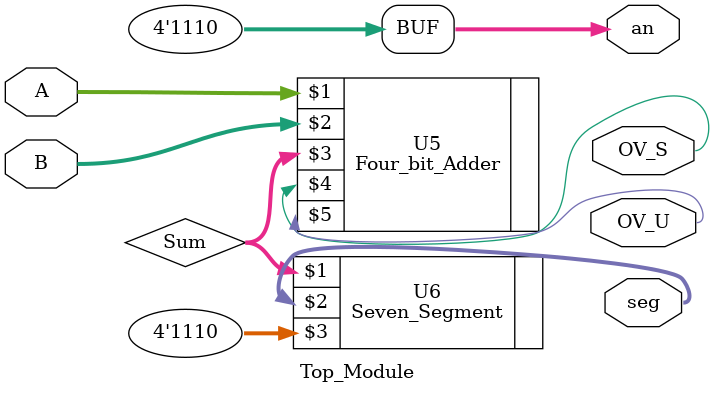
<source format=v>
`timescale 1ns / 1ps

module Top_Module(
    input [3:0] A,
    input [3:0] B,
    output OV_S,
    output OV_U,
    output [6:0] seg,
    output [3:0] an
    );
    
    wire [3:0] Sum;
    assign an=4'b1110;
    
// instantiating the four bit adder and Seven Segment modules here

Four_bit_Adder U5(A,B,Sum,OV_S,OV_U);
Seven_Segment U6(Sum, seg, an);

endmodule

</source>
